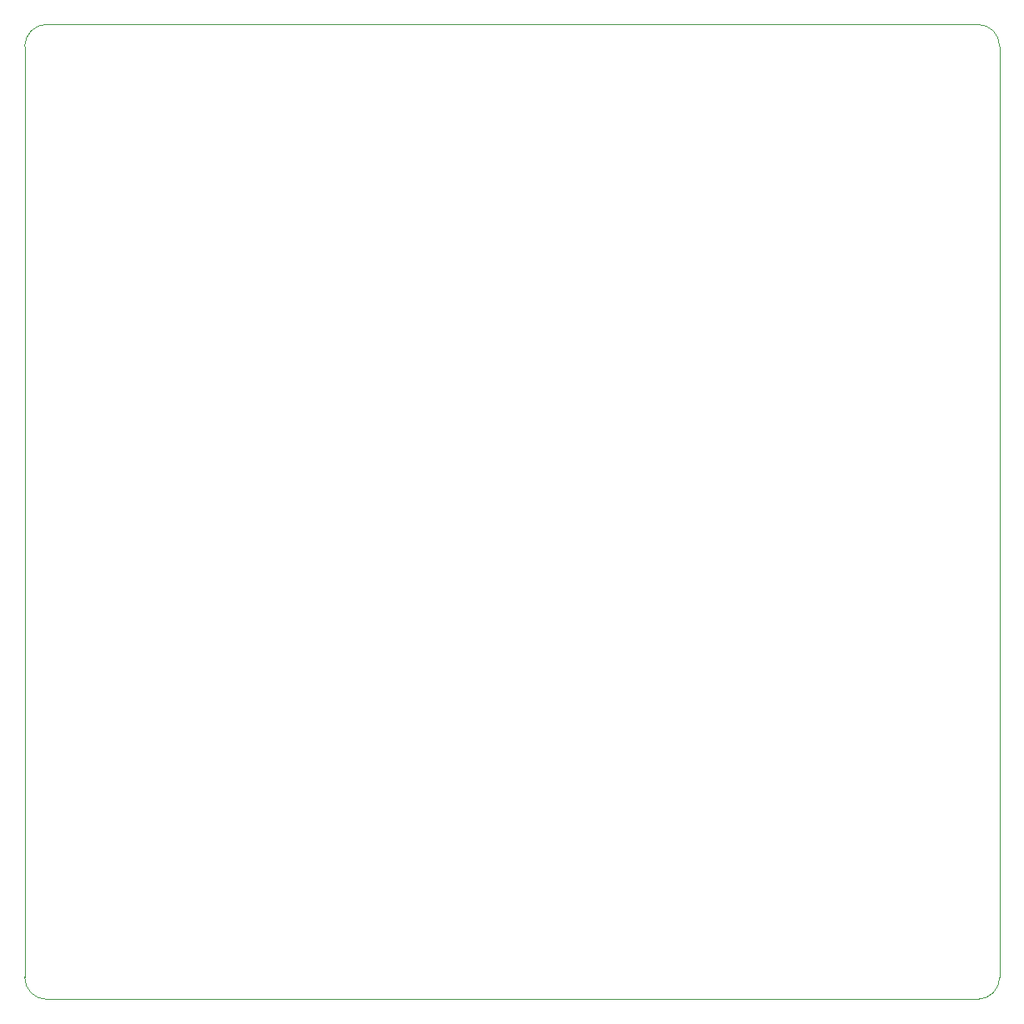
<source format=gbr>
%TF.GenerationSoftware,KiCad,Pcbnew,8.0.7*%
%TF.CreationDate,2025-01-12T22:15:46+01:00*%
%TF.ProjectId,butns,6275746e-732e-46b6-9963-61645f706362,rev?*%
%TF.SameCoordinates,Original*%
%TF.FileFunction,Profile,NP*%
%FSLAX46Y46*%
G04 Gerber Fmt 4.6, Leading zero omitted, Abs format (unit mm)*
G04 Created by KiCad (PCBNEW 8.0.7) date 2025-01-12 22:15:46*
%MOMM*%
%LPD*%
G01*
G04 APERTURE LIST*
%TA.AperFunction,Profile*%
%ADD10C,0.050000*%
%TD*%
G04 APERTURE END LIST*
D10*
X229340991Y-140590996D02*
X134840991Y-140590996D01*
X231590991Y-138340996D02*
X231590991Y-43840997D01*
X132590991Y-43840997D02*
G75*
G02*
X134840991Y-41590997I2249989J11D01*
G01*
X229340991Y-41590997D02*
G75*
G02*
X231591003Y-43840997I9J-2250003D01*
G01*
X231590991Y-138340996D02*
G75*
G02*
X229340991Y-140590991I-2249991J-4D01*
G01*
X132590991Y-138340996D02*
X132590991Y-43840997D01*
X134840991Y-41590997D02*
X229340991Y-41590997D01*
X134840991Y-140590996D02*
G75*
G02*
X132590991Y-138340996I35J2250035D01*
G01*
M02*

</source>
